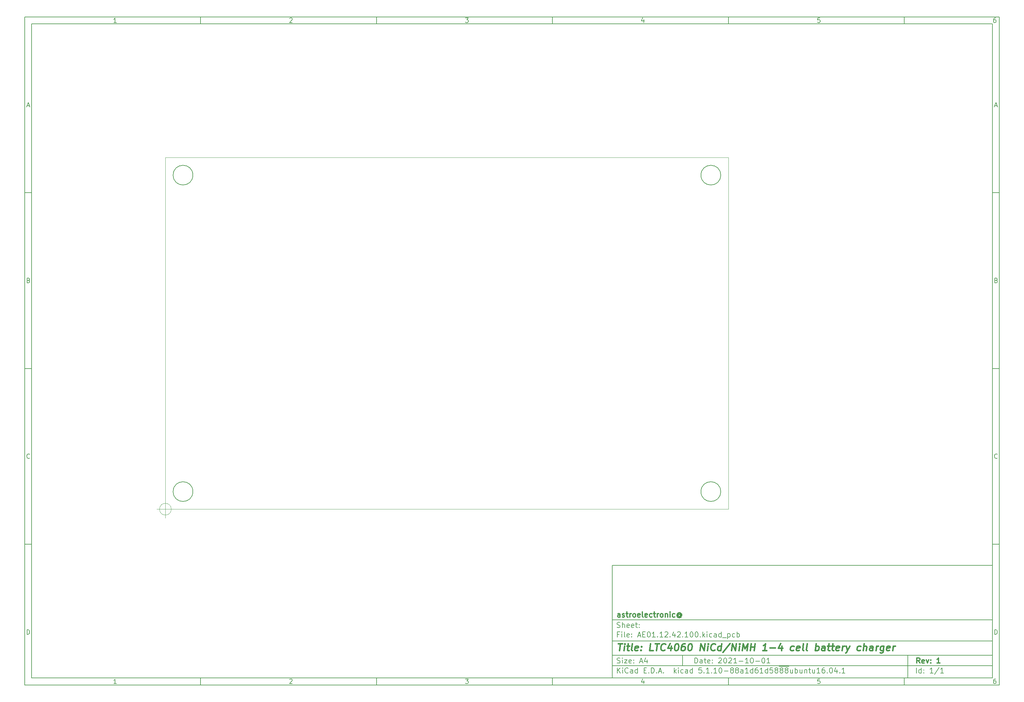
<source format=gbr>
%TF.GenerationSoftware,KiCad,Pcbnew,5.1.10-88a1d61d58~88~ubuntu16.04.1*%
%TF.CreationDate,2021-10-02T00:42:02+02:00*%
%TF.ProjectId,AE01.12.42.100,41453031-2e31-4322-9e34-322e3130302e,1*%
%TF.SameCoordinates,Original*%
%TF.FileFunction,Other,Comment*%
%FSLAX46Y46*%
G04 Gerber Fmt 4.6, Leading zero omitted, Abs format (unit mm)*
G04 Created by KiCad (PCBNEW 5.1.10-88a1d61d58~88~ubuntu16.04.1) date 2021-10-02 00:42:02*
%MOMM*%
%LPD*%
G01*
G04 APERTURE LIST*
%ADD10C,0.100000*%
%ADD11C,0.150000*%
%ADD12C,0.300000*%
%ADD13C,0.400000*%
%TA.AperFunction,Profile*%
%ADD14C,0.050000*%
%TD*%
G04 APERTURE END LIST*
D10*
D11*
X177002200Y-166007200D02*
X177002200Y-198007200D01*
X285002200Y-198007200D01*
X285002200Y-166007200D01*
X177002200Y-166007200D01*
D10*
D11*
X10000000Y-10000000D02*
X10000000Y-200007200D01*
X287002200Y-200007200D01*
X287002200Y-10000000D01*
X10000000Y-10000000D01*
D10*
D11*
X12000000Y-12000000D02*
X12000000Y-198007200D01*
X285002200Y-198007200D01*
X285002200Y-12000000D01*
X12000000Y-12000000D01*
D10*
D11*
X60000000Y-12000000D02*
X60000000Y-10000000D01*
D10*
D11*
X110000000Y-12000000D02*
X110000000Y-10000000D01*
D10*
D11*
X160000000Y-12000000D02*
X160000000Y-10000000D01*
D10*
D11*
X210000000Y-12000000D02*
X210000000Y-10000000D01*
D10*
D11*
X260000000Y-12000000D02*
X260000000Y-10000000D01*
D10*
D11*
X36065476Y-11588095D02*
X35322619Y-11588095D01*
X35694047Y-11588095D02*
X35694047Y-10288095D01*
X35570238Y-10473809D01*
X35446428Y-10597619D01*
X35322619Y-10659523D01*
D10*
D11*
X85322619Y-10411904D02*
X85384523Y-10350000D01*
X85508333Y-10288095D01*
X85817857Y-10288095D01*
X85941666Y-10350000D01*
X86003571Y-10411904D01*
X86065476Y-10535714D01*
X86065476Y-10659523D01*
X86003571Y-10845238D01*
X85260714Y-11588095D01*
X86065476Y-11588095D01*
D10*
D11*
X135260714Y-10288095D02*
X136065476Y-10288095D01*
X135632142Y-10783333D01*
X135817857Y-10783333D01*
X135941666Y-10845238D01*
X136003571Y-10907142D01*
X136065476Y-11030952D01*
X136065476Y-11340476D01*
X136003571Y-11464285D01*
X135941666Y-11526190D01*
X135817857Y-11588095D01*
X135446428Y-11588095D01*
X135322619Y-11526190D01*
X135260714Y-11464285D01*
D10*
D11*
X185941666Y-10721428D02*
X185941666Y-11588095D01*
X185632142Y-10226190D02*
X185322619Y-11154761D01*
X186127380Y-11154761D01*
D10*
D11*
X236003571Y-10288095D02*
X235384523Y-10288095D01*
X235322619Y-10907142D01*
X235384523Y-10845238D01*
X235508333Y-10783333D01*
X235817857Y-10783333D01*
X235941666Y-10845238D01*
X236003571Y-10907142D01*
X236065476Y-11030952D01*
X236065476Y-11340476D01*
X236003571Y-11464285D01*
X235941666Y-11526190D01*
X235817857Y-11588095D01*
X235508333Y-11588095D01*
X235384523Y-11526190D01*
X235322619Y-11464285D01*
D10*
D11*
X285941666Y-10288095D02*
X285694047Y-10288095D01*
X285570238Y-10350000D01*
X285508333Y-10411904D01*
X285384523Y-10597619D01*
X285322619Y-10845238D01*
X285322619Y-11340476D01*
X285384523Y-11464285D01*
X285446428Y-11526190D01*
X285570238Y-11588095D01*
X285817857Y-11588095D01*
X285941666Y-11526190D01*
X286003571Y-11464285D01*
X286065476Y-11340476D01*
X286065476Y-11030952D01*
X286003571Y-10907142D01*
X285941666Y-10845238D01*
X285817857Y-10783333D01*
X285570238Y-10783333D01*
X285446428Y-10845238D01*
X285384523Y-10907142D01*
X285322619Y-11030952D01*
D10*
D11*
X60000000Y-198007200D02*
X60000000Y-200007200D01*
D10*
D11*
X110000000Y-198007200D02*
X110000000Y-200007200D01*
D10*
D11*
X160000000Y-198007200D02*
X160000000Y-200007200D01*
D10*
D11*
X210000000Y-198007200D02*
X210000000Y-200007200D01*
D10*
D11*
X260000000Y-198007200D02*
X260000000Y-200007200D01*
D10*
D11*
X36065476Y-199595295D02*
X35322619Y-199595295D01*
X35694047Y-199595295D02*
X35694047Y-198295295D01*
X35570238Y-198481009D01*
X35446428Y-198604819D01*
X35322619Y-198666723D01*
D10*
D11*
X85322619Y-198419104D02*
X85384523Y-198357200D01*
X85508333Y-198295295D01*
X85817857Y-198295295D01*
X85941666Y-198357200D01*
X86003571Y-198419104D01*
X86065476Y-198542914D01*
X86065476Y-198666723D01*
X86003571Y-198852438D01*
X85260714Y-199595295D01*
X86065476Y-199595295D01*
D10*
D11*
X135260714Y-198295295D02*
X136065476Y-198295295D01*
X135632142Y-198790533D01*
X135817857Y-198790533D01*
X135941666Y-198852438D01*
X136003571Y-198914342D01*
X136065476Y-199038152D01*
X136065476Y-199347676D01*
X136003571Y-199471485D01*
X135941666Y-199533390D01*
X135817857Y-199595295D01*
X135446428Y-199595295D01*
X135322619Y-199533390D01*
X135260714Y-199471485D01*
D10*
D11*
X185941666Y-198728628D02*
X185941666Y-199595295D01*
X185632142Y-198233390D02*
X185322619Y-199161961D01*
X186127380Y-199161961D01*
D10*
D11*
X236003571Y-198295295D02*
X235384523Y-198295295D01*
X235322619Y-198914342D01*
X235384523Y-198852438D01*
X235508333Y-198790533D01*
X235817857Y-198790533D01*
X235941666Y-198852438D01*
X236003571Y-198914342D01*
X236065476Y-199038152D01*
X236065476Y-199347676D01*
X236003571Y-199471485D01*
X235941666Y-199533390D01*
X235817857Y-199595295D01*
X235508333Y-199595295D01*
X235384523Y-199533390D01*
X235322619Y-199471485D01*
D10*
D11*
X285941666Y-198295295D02*
X285694047Y-198295295D01*
X285570238Y-198357200D01*
X285508333Y-198419104D01*
X285384523Y-198604819D01*
X285322619Y-198852438D01*
X285322619Y-199347676D01*
X285384523Y-199471485D01*
X285446428Y-199533390D01*
X285570238Y-199595295D01*
X285817857Y-199595295D01*
X285941666Y-199533390D01*
X286003571Y-199471485D01*
X286065476Y-199347676D01*
X286065476Y-199038152D01*
X286003571Y-198914342D01*
X285941666Y-198852438D01*
X285817857Y-198790533D01*
X285570238Y-198790533D01*
X285446428Y-198852438D01*
X285384523Y-198914342D01*
X285322619Y-199038152D01*
D10*
D11*
X10000000Y-60000000D02*
X12000000Y-60000000D01*
D10*
D11*
X10000000Y-110000000D02*
X12000000Y-110000000D01*
D10*
D11*
X10000000Y-160000000D02*
X12000000Y-160000000D01*
D10*
D11*
X10690476Y-35216666D02*
X11309523Y-35216666D01*
X10566666Y-35588095D02*
X11000000Y-34288095D01*
X11433333Y-35588095D01*
D10*
D11*
X11092857Y-84907142D02*
X11278571Y-84969047D01*
X11340476Y-85030952D01*
X11402380Y-85154761D01*
X11402380Y-85340476D01*
X11340476Y-85464285D01*
X11278571Y-85526190D01*
X11154761Y-85588095D01*
X10659523Y-85588095D01*
X10659523Y-84288095D01*
X11092857Y-84288095D01*
X11216666Y-84350000D01*
X11278571Y-84411904D01*
X11340476Y-84535714D01*
X11340476Y-84659523D01*
X11278571Y-84783333D01*
X11216666Y-84845238D01*
X11092857Y-84907142D01*
X10659523Y-84907142D01*
D10*
D11*
X11402380Y-135464285D02*
X11340476Y-135526190D01*
X11154761Y-135588095D01*
X11030952Y-135588095D01*
X10845238Y-135526190D01*
X10721428Y-135402380D01*
X10659523Y-135278571D01*
X10597619Y-135030952D01*
X10597619Y-134845238D01*
X10659523Y-134597619D01*
X10721428Y-134473809D01*
X10845238Y-134350000D01*
X11030952Y-134288095D01*
X11154761Y-134288095D01*
X11340476Y-134350000D01*
X11402380Y-134411904D01*
D10*
D11*
X10659523Y-185588095D02*
X10659523Y-184288095D01*
X10969047Y-184288095D01*
X11154761Y-184350000D01*
X11278571Y-184473809D01*
X11340476Y-184597619D01*
X11402380Y-184845238D01*
X11402380Y-185030952D01*
X11340476Y-185278571D01*
X11278571Y-185402380D01*
X11154761Y-185526190D01*
X10969047Y-185588095D01*
X10659523Y-185588095D01*
D10*
D11*
X287002200Y-60000000D02*
X285002200Y-60000000D01*
D10*
D11*
X287002200Y-110000000D02*
X285002200Y-110000000D01*
D10*
D11*
X287002200Y-160000000D02*
X285002200Y-160000000D01*
D10*
D11*
X285692676Y-35216666D02*
X286311723Y-35216666D01*
X285568866Y-35588095D02*
X286002200Y-34288095D01*
X286435533Y-35588095D01*
D10*
D11*
X286095057Y-84907142D02*
X286280771Y-84969047D01*
X286342676Y-85030952D01*
X286404580Y-85154761D01*
X286404580Y-85340476D01*
X286342676Y-85464285D01*
X286280771Y-85526190D01*
X286156961Y-85588095D01*
X285661723Y-85588095D01*
X285661723Y-84288095D01*
X286095057Y-84288095D01*
X286218866Y-84350000D01*
X286280771Y-84411904D01*
X286342676Y-84535714D01*
X286342676Y-84659523D01*
X286280771Y-84783333D01*
X286218866Y-84845238D01*
X286095057Y-84907142D01*
X285661723Y-84907142D01*
D10*
D11*
X286404580Y-135464285D02*
X286342676Y-135526190D01*
X286156961Y-135588095D01*
X286033152Y-135588095D01*
X285847438Y-135526190D01*
X285723628Y-135402380D01*
X285661723Y-135278571D01*
X285599819Y-135030952D01*
X285599819Y-134845238D01*
X285661723Y-134597619D01*
X285723628Y-134473809D01*
X285847438Y-134350000D01*
X286033152Y-134288095D01*
X286156961Y-134288095D01*
X286342676Y-134350000D01*
X286404580Y-134411904D01*
D10*
D11*
X285661723Y-185588095D02*
X285661723Y-184288095D01*
X285971247Y-184288095D01*
X286156961Y-184350000D01*
X286280771Y-184473809D01*
X286342676Y-184597619D01*
X286404580Y-184845238D01*
X286404580Y-185030952D01*
X286342676Y-185278571D01*
X286280771Y-185402380D01*
X286156961Y-185526190D01*
X285971247Y-185588095D01*
X285661723Y-185588095D01*
D10*
D11*
X200434342Y-193785771D02*
X200434342Y-192285771D01*
X200791485Y-192285771D01*
X201005771Y-192357200D01*
X201148628Y-192500057D01*
X201220057Y-192642914D01*
X201291485Y-192928628D01*
X201291485Y-193142914D01*
X201220057Y-193428628D01*
X201148628Y-193571485D01*
X201005771Y-193714342D01*
X200791485Y-193785771D01*
X200434342Y-193785771D01*
X202577200Y-193785771D02*
X202577200Y-193000057D01*
X202505771Y-192857200D01*
X202362914Y-192785771D01*
X202077200Y-192785771D01*
X201934342Y-192857200D01*
X202577200Y-193714342D02*
X202434342Y-193785771D01*
X202077200Y-193785771D01*
X201934342Y-193714342D01*
X201862914Y-193571485D01*
X201862914Y-193428628D01*
X201934342Y-193285771D01*
X202077200Y-193214342D01*
X202434342Y-193214342D01*
X202577200Y-193142914D01*
X203077200Y-192785771D02*
X203648628Y-192785771D01*
X203291485Y-192285771D02*
X203291485Y-193571485D01*
X203362914Y-193714342D01*
X203505771Y-193785771D01*
X203648628Y-193785771D01*
X204720057Y-193714342D02*
X204577200Y-193785771D01*
X204291485Y-193785771D01*
X204148628Y-193714342D01*
X204077200Y-193571485D01*
X204077200Y-193000057D01*
X204148628Y-192857200D01*
X204291485Y-192785771D01*
X204577200Y-192785771D01*
X204720057Y-192857200D01*
X204791485Y-193000057D01*
X204791485Y-193142914D01*
X204077200Y-193285771D01*
X205434342Y-193642914D02*
X205505771Y-193714342D01*
X205434342Y-193785771D01*
X205362914Y-193714342D01*
X205434342Y-193642914D01*
X205434342Y-193785771D01*
X205434342Y-192857200D02*
X205505771Y-192928628D01*
X205434342Y-193000057D01*
X205362914Y-192928628D01*
X205434342Y-192857200D01*
X205434342Y-193000057D01*
X207220057Y-192428628D02*
X207291485Y-192357200D01*
X207434342Y-192285771D01*
X207791485Y-192285771D01*
X207934342Y-192357200D01*
X208005771Y-192428628D01*
X208077200Y-192571485D01*
X208077200Y-192714342D01*
X208005771Y-192928628D01*
X207148628Y-193785771D01*
X208077200Y-193785771D01*
X209005771Y-192285771D02*
X209148628Y-192285771D01*
X209291485Y-192357200D01*
X209362914Y-192428628D01*
X209434342Y-192571485D01*
X209505771Y-192857200D01*
X209505771Y-193214342D01*
X209434342Y-193500057D01*
X209362914Y-193642914D01*
X209291485Y-193714342D01*
X209148628Y-193785771D01*
X209005771Y-193785771D01*
X208862914Y-193714342D01*
X208791485Y-193642914D01*
X208720057Y-193500057D01*
X208648628Y-193214342D01*
X208648628Y-192857200D01*
X208720057Y-192571485D01*
X208791485Y-192428628D01*
X208862914Y-192357200D01*
X209005771Y-192285771D01*
X210077200Y-192428628D02*
X210148628Y-192357200D01*
X210291485Y-192285771D01*
X210648628Y-192285771D01*
X210791485Y-192357200D01*
X210862914Y-192428628D01*
X210934342Y-192571485D01*
X210934342Y-192714342D01*
X210862914Y-192928628D01*
X210005771Y-193785771D01*
X210934342Y-193785771D01*
X212362914Y-193785771D02*
X211505771Y-193785771D01*
X211934342Y-193785771D02*
X211934342Y-192285771D01*
X211791485Y-192500057D01*
X211648628Y-192642914D01*
X211505771Y-192714342D01*
X213005771Y-193214342D02*
X214148628Y-193214342D01*
X215648628Y-193785771D02*
X214791485Y-193785771D01*
X215220057Y-193785771D02*
X215220057Y-192285771D01*
X215077200Y-192500057D01*
X214934342Y-192642914D01*
X214791485Y-192714342D01*
X216577200Y-192285771D02*
X216720057Y-192285771D01*
X216862914Y-192357200D01*
X216934342Y-192428628D01*
X217005771Y-192571485D01*
X217077200Y-192857200D01*
X217077200Y-193214342D01*
X217005771Y-193500057D01*
X216934342Y-193642914D01*
X216862914Y-193714342D01*
X216720057Y-193785771D01*
X216577200Y-193785771D01*
X216434342Y-193714342D01*
X216362914Y-193642914D01*
X216291485Y-193500057D01*
X216220057Y-193214342D01*
X216220057Y-192857200D01*
X216291485Y-192571485D01*
X216362914Y-192428628D01*
X216434342Y-192357200D01*
X216577200Y-192285771D01*
X217720057Y-193214342D02*
X218862914Y-193214342D01*
X219862914Y-192285771D02*
X220005771Y-192285771D01*
X220148628Y-192357200D01*
X220220057Y-192428628D01*
X220291485Y-192571485D01*
X220362914Y-192857200D01*
X220362914Y-193214342D01*
X220291485Y-193500057D01*
X220220057Y-193642914D01*
X220148628Y-193714342D01*
X220005771Y-193785771D01*
X219862914Y-193785771D01*
X219720057Y-193714342D01*
X219648628Y-193642914D01*
X219577200Y-193500057D01*
X219505771Y-193214342D01*
X219505771Y-192857200D01*
X219577200Y-192571485D01*
X219648628Y-192428628D01*
X219720057Y-192357200D01*
X219862914Y-192285771D01*
X221791485Y-193785771D02*
X220934342Y-193785771D01*
X221362914Y-193785771D02*
X221362914Y-192285771D01*
X221220057Y-192500057D01*
X221077200Y-192642914D01*
X220934342Y-192714342D01*
D10*
D11*
X177002200Y-194507200D02*
X285002200Y-194507200D01*
D10*
D11*
X178434342Y-196585771D02*
X178434342Y-195085771D01*
X179291485Y-196585771D02*
X178648628Y-195728628D01*
X179291485Y-195085771D02*
X178434342Y-195942914D01*
X179934342Y-196585771D02*
X179934342Y-195585771D01*
X179934342Y-195085771D02*
X179862914Y-195157200D01*
X179934342Y-195228628D01*
X180005771Y-195157200D01*
X179934342Y-195085771D01*
X179934342Y-195228628D01*
X181505771Y-196442914D02*
X181434342Y-196514342D01*
X181220057Y-196585771D01*
X181077200Y-196585771D01*
X180862914Y-196514342D01*
X180720057Y-196371485D01*
X180648628Y-196228628D01*
X180577200Y-195942914D01*
X180577200Y-195728628D01*
X180648628Y-195442914D01*
X180720057Y-195300057D01*
X180862914Y-195157200D01*
X181077200Y-195085771D01*
X181220057Y-195085771D01*
X181434342Y-195157200D01*
X181505771Y-195228628D01*
X182791485Y-196585771D02*
X182791485Y-195800057D01*
X182720057Y-195657200D01*
X182577200Y-195585771D01*
X182291485Y-195585771D01*
X182148628Y-195657200D01*
X182791485Y-196514342D02*
X182648628Y-196585771D01*
X182291485Y-196585771D01*
X182148628Y-196514342D01*
X182077200Y-196371485D01*
X182077200Y-196228628D01*
X182148628Y-196085771D01*
X182291485Y-196014342D01*
X182648628Y-196014342D01*
X182791485Y-195942914D01*
X184148628Y-196585771D02*
X184148628Y-195085771D01*
X184148628Y-196514342D02*
X184005771Y-196585771D01*
X183720057Y-196585771D01*
X183577200Y-196514342D01*
X183505771Y-196442914D01*
X183434342Y-196300057D01*
X183434342Y-195871485D01*
X183505771Y-195728628D01*
X183577200Y-195657200D01*
X183720057Y-195585771D01*
X184005771Y-195585771D01*
X184148628Y-195657200D01*
X186005771Y-195800057D02*
X186505771Y-195800057D01*
X186720057Y-196585771D02*
X186005771Y-196585771D01*
X186005771Y-195085771D01*
X186720057Y-195085771D01*
X187362914Y-196442914D02*
X187434342Y-196514342D01*
X187362914Y-196585771D01*
X187291485Y-196514342D01*
X187362914Y-196442914D01*
X187362914Y-196585771D01*
X188077200Y-196585771D02*
X188077200Y-195085771D01*
X188434342Y-195085771D01*
X188648628Y-195157200D01*
X188791485Y-195300057D01*
X188862914Y-195442914D01*
X188934342Y-195728628D01*
X188934342Y-195942914D01*
X188862914Y-196228628D01*
X188791485Y-196371485D01*
X188648628Y-196514342D01*
X188434342Y-196585771D01*
X188077200Y-196585771D01*
X189577200Y-196442914D02*
X189648628Y-196514342D01*
X189577200Y-196585771D01*
X189505771Y-196514342D01*
X189577200Y-196442914D01*
X189577200Y-196585771D01*
X190220057Y-196157200D02*
X190934342Y-196157200D01*
X190077200Y-196585771D02*
X190577200Y-195085771D01*
X191077200Y-196585771D01*
X191577200Y-196442914D02*
X191648628Y-196514342D01*
X191577200Y-196585771D01*
X191505771Y-196514342D01*
X191577200Y-196442914D01*
X191577200Y-196585771D01*
X194577200Y-196585771D02*
X194577200Y-195085771D01*
X194720057Y-196014342D02*
X195148628Y-196585771D01*
X195148628Y-195585771D02*
X194577200Y-196157200D01*
X195791485Y-196585771D02*
X195791485Y-195585771D01*
X195791485Y-195085771D02*
X195720057Y-195157200D01*
X195791485Y-195228628D01*
X195862914Y-195157200D01*
X195791485Y-195085771D01*
X195791485Y-195228628D01*
X197148628Y-196514342D02*
X197005771Y-196585771D01*
X196720057Y-196585771D01*
X196577200Y-196514342D01*
X196505771Y-196442914D01*
X196434342Y-196300057D01*
X196434342Y-195871485D01*
X196505771Y-195728628D01*
X196577200Y-195657200D01*
X196720057Y-195585771D01*
X197005771Y-195585771D01*
X197148628Y-195657200D01*
X198434342Y-196585771D02*
X198434342Y-195800057D01*
X198362914Y-195657200D01*
X198220057Y-195585771D01*
X197934342Y-195585771D01*
X197791485Y-195657200D01*
X198434342Y-196514342D02*
X198291485Y-196585771D01*
X197934342Y-196585771D01*
X197791485Y-196514342D01*
X197720057Y-196371485D01*
X197720057Y-196228628D01*
X197791485Y-196085771D01*
X197934342Y-196014342D01*
X198291485Y-196014342D01*
X198434342Y-195942914D01*
X199791485Y-196585771D02*
X199791485Y-195085771D01*
X199791485Y-196514342D02*
X199648628Y-196585771D01*
X199362914Y-196585771D01*
X199220057Y-196514342D01*
X199148628Y-196442914D01*
X199077200Y-196300057D01*
X199077200Y-195871485D01*
X199148628Y-195728628D01*
X199220057Y-195657200D01*
X199362914Y-195585771D01*
X199648628Y-195585771D01*
X199791485Y-195657200D01*
X202362914Y-195085771D02*
X201648628Y-195085771D01*
X201577200Y-195800057D01*
X201648628Y-195728628D01*
X201791485Y-195657200D01*
X202148628Y-195657200D01*
X202291485Y-195728628D01*
X202362914Y-195800057D01*
X202434342Y-195942914D01*
X202434342Y-196300057D01*
X202362914Y-196442914D01*
X202291485Y-196514342D01*
X202148628Y-196585771D01*
X201791485Y-196585771D01*
X201648628Y-196514342D01*
X201577200Y-196442914D01*
X203077200Y-196442914D02*
X203148628Y-196514342D01*
X203077200Y-196585771D01*
X203005771Y-196514342D01*
X203077200Y-196442914D01*
X203077200Y-196585771D01*
X204577200Y-196585771D02*
X203720057Y-196585771D01*
X204148628Y-196585771D02*
X204148628Y-195085771D01*
X204005771Y-195300057D01*
X203862914Y-195442914D01*
X203720057Y-195514342D01*
X205220057Y-196442914D02*
X205291485Y-196514342D01*
X205220057Y-196585771D01*
X205148628Y-196514342D01*
X205220057Y-196442914D01*
X205220057Y-196585771D01*
X206720057Y-196585771D02*
X205862914Y-196585771D01*
X206291485Y-196585771D02*
X206291485Y-195085771D01*
X206148628Y-195300057D01*
X206005771Y-195442914D01*
X205862914Y-195514342D01*
X207648628Y-195085771D02*
X207791485Y-195085771D01*
X207934342Y-195157200D01*
X208005771Y-195228628D01*
X208077200Y-195371485D01*
X208148628Y-195657200D01*
X208148628Y-196014342D01*
X208077200Y-196300057D01*
X208005771Y-196442914D01*
X207934342Y-196514342D01*
X207791485Y-196585771D01*
X207648628Y-196585771D01*
X207505771Y-196514342D01*
X207434342Y-196442914D01*
X207362914Y-196300057D01*
X207291485Y-196014342D01*
X207291485Y-195657200D01*
X207362914Y-195371485D01*
X207434342Y-195228628D01*
X207505771Y-195157200D01*
X207648628Y-195085771D01*
X208791485Y-196014342D02*
X209934342Y-196014342D01*
X210862914Y-195728628D02*
X210720057Y-195657200D01*
X210648628Y-195585771D01*
X210577200Y-195442914D01*
X210577200Y-195371485D01*
X210648628Y-195228628D01*
X210720057Y-195157200D01*
X210862914Y-195085771D01*
X211148628Y-195085771D01*
X211291485Y-195157200D01*
X211362914Y-195228628D01*
X211434342Y-195371485D01*
X211434342Y-195442914D01*
X211362914Y-195585771D01*
X211291485Y-195657200D01*
X211148628Y-195728628D01*
X210862914Y-195728628D01*
X210720057Y-195800057D01*
X210648628Y-195871485D01*
X210577200Y-196014342D01*
X210577200Y-196300057D01*
X210648628Y-196442914D01*
X210720057Y-196514342D01*
X210862914Y-196585771D01*
X211148628Y-196585771D01*
X211291485Y-196514342D01*
X211362914Y-196442914D01*
X211434342Y-196300057D01*
X211434342Y-196014342D01*
X211362914Y-195871485D01*
X211291485Y-195800057D01*
X211148628Y-195728628D01*
X212291485Y-195728628D02*
X212148628Y-195657200D01*
X212077200Y-195585771D01*
X212005771Y-195442914D01*
X212005771Y-195371485D01*
X212077200Y-195228628D01*
X212148628Y-195157200D01*
X212291485Y-195085771D01*
X212577200Y-195085771D01*
X212720057Y-195157200D01*
X212791485Y-195228628D01*
X212862914Y-195371485D01*
X212862914Y-195442914D01*
X212791485Y-195585771D01*
X212720057Y-195657200D01*
X212577200Y-195728628D01*
X212291485Y-195728628D01*
X212148628Y-195800057D01*
X212077200Y-195871485D01*
X212005771Y-196014342D01*
X212005771Y-196300057D01*
X212077200Y-196442914D01*
X212148628Y-196514342D01*
X212291485Y-196585771D01*
X212577200Y-196585771D01*
X212720057Y-196514342D01*
X212791485Y-196442914D01*
X212862914Y-196300057D01*
X212862914Y-196014342D01*
X212791485Y-195871485D01*
X212720057Y-195800057D01*
X212577200Y-195728628D01*
X214148628Y-196585771D02*
X214148628Y-195800057D01*
X214077200Y-195657200D01*
X213934342Y-195585771D01*
X213648628Y-195585771D01*
X213505771Y-195657200D01*
X214148628Y-196514342D02*
X214005771Y-196585771D01*
X213648628Y-196585771D01*
X213505771Y-196514342D01*
X213434342Y-196371485D01*
X213434342Y-196228628D01*
X213505771Y-196085771D01*
X213648628Y-196014342D01*
X214005771Y-196014342D01*
X214148628Y-195942914D01*
X215648628Y-196585771D02*
X214791485Y-196585771D01*
X215220057Y-196585771D02*
X215220057Y-195085771D01*
X215077200Y-195300057D01*
X214934342Y-195442914D01*
X214791485Y-195514342D01*
X216934342Y-196585771D02*
X216934342Y-195085771D01*
X216934342Y-196514342D02*
X216791485Y-196585771D01*
X216505771Y-196585771D01*
X216362914Y-196514342D01*
X216291485Y-196442914D01*
X216220057Y-196300057D01*
X216220057Y-195871485D01*
X216291485Y-195728628D01*
X216362914Y-195657200D01*
X216505771Y-195585771D01*
X216791485Y-195585771D01*
X216934342Y-195657200D01*
X218291485Y-195085771D02*
X218005771Y-195085771D01*
X217862914Y-195157200D01*
X217791485Y-195228628D01*
X217648628Y-195442914D01*
X217577200Y-195728628D01*
X217577200Y-196300057D01*
X217648628Y-196442914D01*
X217720057Y-196514342D01*
X217862914Y-196585771D01*
X218148628Y-196585771D01*
X218291485Y-196514342D01*
X218362914Y-196442914D01*
X218434342Y-196300057D01*
X218434342Y-195942914D01*
X218362914Y-195800057D01*
X218291485Y-195728628D01*
X218148628Y-195657200D01*
X217862914Y-195657200D01*
X217720057Y-195728628D01*
X217648628Y-195800057D01*
X217577200Y-195942914D01*
X219862914Y-196585771D02*
X219005771Y-196585771D01*
X219434342Y-196585771D02*
X219434342Y-195085771D01*
X219291485Y-195300057D01*
X219148628Y-195442914D01*
X219005771Y-195514342D01*
X221148628Y-196585771D02*
X221148628Y-195085771D01*
X221148628Y-196514342D02*
X221005771Y-196585771D01*
X220720057Y-196585771D01*
X220577200Y-196514342D01*
X220505771Y-196442914D01*
X220434342Y-196300057D01*
X220434342Y-195871485D01*
X220505771Y-195728628D01*
X220577200Y-195657200D01*
X220720057Y-195585771D01*
X221005771Y-195585771D01*
X221148628Y-195657200D01*
X222577200Y-195085771D02*
X221862914Y-195085771D01*
X221791485Y-195800057D01*
X221862914Y-195728628D01*
X222005771Y-195657200D01*
X222362914Y-195657200D01*
X222505771Y-195728628D01*
X222577200Y-195800057D01*
X222648628Y-195942914D01*
X222648628Y-196300057D01*
X222577200Y-196442914D01*
X222505771Y-196514342D01*
X222362914Y-196585771D01*
X222005771Y-196585771D01*
X221862914Y-196514342D01*
X221791485Y-196442914D01*
X223505771Y-195728628D02*
X223362914Y-195657200D01*
X223291485Y-195585771D01*
X223220057Y-195442914D01*
X223220057Y-195371485D01*
X223291485Y-195228628D01*
X223362914Y-195157200D01*
X223505771Y-195085771D01*
X223791485Y-195085771D01*
X223934342Y-195157200D01*
X224005771Y-195228628D01*
X224077200Y-195371485D01*
X224077200Y-195442914D01*
X224005771Y-195585771D01*
X223934342Y-195657200D01*
X223791485Y-195728628D01*
X223505771Y-195728628D01*
X223362914Y-195800057D01*
X223291485Y-195871485D01*
X223220057Y-196014342D01*
X223220057Y-196300057D01*
X223291485Y-196442914D01*
X223362914Y-196514342D01*
X223505771Y-196585771D01*
X223791485Y-196585771D01*
X223934342Y-196514342D01*
X224005771Y-196442914D01*
X224077200Y-196300057D01*
X224077200Y-196014342D01*
X224005771Y-195871485D01*
X223934342Y-195800057D01*
X223791485Y-195728628D01*
X224362914Y-194677200D02*
X225791485Y-194677200D01*
X224934342Y-195728628D02*
X224791485Y-195657200D01*
X224720057Y-195585771D01*
X224648628Y-195442914D01*
X224648628Y-195371485D01*
X224720057Y-195228628D01*
X224791485Y-195157200D01*
X224934342Y-195085771D01*
X225220057Y-195085771D01*
X225362914Y-195157200D01*
X225434342Y-195228628D01*
X225505771Y-195371485D01*
X225505771Y-195442914D01*
X225434342Y-195585771D01*
X225362914Y-195657200D01*
X225220057Y-195728628D01*
X224934342Y-195728628D01*
X224791485Y-195800057D01*
X224720057Y-195871485D01*
X224648628Y-196014342D01*
X224648628Y-196300057D01*
X224720057Y-196442914D01*
X224791485Y-196514342D01*
X224934342Y-196585771D01*
X225220057Y-196585771D01*
X225362914Y-196514342D01*
X225434342Y-196442914D01*
X225505771Y-196300057D01*
X225505771Y-196014342D01*
X225434342Y-195871485D01*
X225362914Y-195800057D01*
X225220057Y-195728628D01*
X225791485Y-194677200D02*
X227220057Y-194677200D01*
X226362914Y-195728628D02*
X226220057Y-195657200D01*
X226148628Y-195585771D01*
X226077199Y-195442914D01*
X226077199Y-195371485D01*
X226148628Y-195228628D01*
X226220057Y-195157200D01*
X226362914Y-195085771D01*
X226648628Y-195085771D01*
X226791485Y-195157200D01*
X226862914Y-195228628D01*
X226934342Y-195371485D01*
X226934342Y-195442914D01*
X226862914Y-195585771D01*
X226791485Y-195657200D01*
X226648628Y-195728628D01*
X226362914Y-195728628D01*
X226220057Y-195800057D01*
X226148628Y-195871485D01*
X226077199Y-196014342D01*
X226077199Y-196300057D01*
X226148628Y-196442914D01*
X226220057Y-196514342D01*
X226362914Y-196585771D01*
X226648628Y-196585771D01*
X226791485Y-196514342D01*
X226862914Y-196442914D01*
X226934342Y-196300057D01*
X226934342Y-196014342D01*
X226862914Y-195871485D01*
X226791485Y-195800057D01*
X226648628Y-195728628D01*
X228220057Y-195585771D02*
X228220057Y-196585771D01*
X227577199Y-195585771D02*
X227577199Y-196371485D01*
X227648628Y-196514342D01*
X227791485Y-196585771D01*
X228005771Y-196585771D01*
X228148628Y-196514342D01*
X228220057Y-196442914D01*
X228934342Y-196585771D02*
X228934342Y-195085771D01*
X228934342Y-195657200D02*
X229077199Y-195585771D01*
X229362914Y-195585771D01*
X229505771Y-195657200D01*
X229577199Y-195728628D01*
X229648628Y-195871485D01*
X229648628Y-196300057D01*
X229577199Y-196442914D01*
X229505771Y-196514342D01*
X229362914Y-196585771D01*
X229077199Y-196585771D01*
X228934342Y-196514342D01*
X230934342Y-195585771D02*
X230934342Y-196585771D01*
X230291485Y-195585771D02*
X230291485Y-196371485D01*
X230362914Y-196514342D01*
X230505771Y-196585771D01*
X230720057Y-196585771D01*
X230862914Y-196514342D01*
X230934342Y-196442914D01*
X231648628Y-195585771D02*
X231648628Y-196585771D01*
X231648628Y-195728628D02*
X231720057Y-195657200D01*
X231862914Y-195585771D01*
X232077199Y-195585771D01*
X232220057Y-195657200D01*
X232291485Y-195800057D01*
X232291485Y-196585771D01*
X232791485Y-195585771D02*
X233362914Y-195585771D01*
X233005771Y-195085771D02*
X233005771Y-196371485D01*
X233077199Y-196514342D01*
X233220057Y-196585771D01*
X233362914Y-196585771D01*
X234505771Y-195585771D02*
X234505771Y-196585771D01*
X233862914Y-195585771D02*
X233862914Y-196371485D01*
X233934342Y-196514342D01*
X234077200Y-196585771D01*
X234291485Y-196585771D01*
X234434342Y-196514342D01*
X234505771Y-196442914D01*
X236005771Y-196585771D02*
X235148628Y-196585771D01*
X235577200Y-196585771D02*
X235577200Y-195085771D01*
X235434342Y-195300057D01*
X235291485Y-195442914D01*
X235148628Y-195514342D01*
X237291485Y-195085771D02*
X237005771Y-195085771D01*
X236862914Y-195157200D01*
X236791485Y-195228628D01*
X236648628Y-195442914D01*
X236577199Y-195728628D01*
X236577199Y-196300057D01*
X236648628Y-196442914D01*
X236720057Y-196514342D01*
X236862914Y-196585771D01*
X237148628Y-196585771D01*
X237291485Y-196514342D01*
X237362914Y-196442914D01*
X237434342Y-196300057D01*
X237434342Y-195942914D01*
X237362914Y-195800057D01*
X237291485Y-195728628D01*
X237148628Y-195657200D01*
X236862914Y-195657200D01*
X236720057Y-195728628D01*
X236648628Y-195800057D01*
X236577199Y-195942914D01*
X238077199Y-196442914D02*
X238148628Y-196514342D01*
X238077199Y-196585771D01*
X238005771Y-196514342D01*
X238077199Y-196442914D01*
X238077199Y-196585771D01*
X239077199Y-195085771D02*
X239220057Y-195085771D01*
X239362914Y-195157200D01*
X239434342Y-195228628D01*
X239505771Y-195371485D01*
X239577199Y-195657200D01*
X239577199Y-196014342D01*
X239505771Y-196300057D01*
X239434342Y-196442914D01*
X239362914Y-196514342D01*
X239220057Y-196585771D01*
X239077199Y-196585771D01*
X238934342Y-196514342D01*
X238862914Y-196442914D01*
X238791485Y-196300057D01*
X238720057Y-196014342D01*
X238720057Y-195657200D01*
X238791485Y-195371485D01*
X238862914Y-195228628D01*
X238934342Y-195157200D01*
X239077199Y-195085771D01*
X240862914Y-195585771D02*
X240862914Y-196585771D01*
X240505771Y-195014342D02*
X240148628Y-196085771D01*
X241077199Y-196085771D01*
X241648628Y-196442914D02*
X241720057Y-196514342D01*
X241648628Y-196585771D01*
X241577199Y-196514342D01*
X241648628Y-196442914D01*
X241648628Y-196585771D01*
X243148628Y-196585771D02*
X242291485Y-196585771D01*
X242720057Y-196585771D02*
X242720057Y-195085771D01*
X242577199Y-195300057D01*
X242434342Y-195442914D01*
X242291485Y-195514342D01*
D10*
D11*
X177002200Y-191507200D02*
X285002200Y-191507200D01*
D10*
D12*
X264411485Y-193785771D02*
X263911485Y-193071485D01*
X263554342Y-193785771D02*
X263554342Y-192285771D01*
X264125771Y-192285771D01*
X264268628Y-192357200D01*
X264340057Y-192428628D01*
X264411485Y-192571485D01*
X264411485Y-192785771D01*
X264340057Y-192928628D01*
X264268628Y-193000057D01*
X264125771Y-193071485D01*
X263554342Y-193071485D01*
X265625771Y-193714342D02*
X265482914Y-193785771D01*
X265197200Y-193785771D01*
X265054342Y-193714342D01*
X264982914Y-193571485D01*
X264982914Y-193000057D01*
X265054342Y-192857200D01*
X265197200Y-192785771D01*
X265482914Y-192785771D01*
X265625771Y-192857200D01*
X265697200Y-193000057D01*
X265697200Y-193142914D01*
X264982914Y-193285771D01*
X266197200Y-192785771D02*
X266554342Y-193785771D01*
X266911485Y-192785771D01*
X267482914Y-193642914D02*
X267554342Y-193714342D01*
X267482914Y-193785771D01*
X267411485Y-193714342D01*
X267482914Y-193642914D01*
X267482914Y-193785771D01*
X267482914Y-192857200D02*
X267554342Y-192928628D01*
X267482914Y-193000057D01*
X267411485Y-192928628D01*
X267482914Y-192857200D01*
X267482914Y-193000057D01*
X270125771Y-193785771D02*
X269268628Y-193785771D01*
X269697200Y-193785771D02*
X269697200Y-192285771D01*
X269554342Y-192500057D01*
X269411485Y-192642914D01*
X269268628Y-192714342D01*
D10*
D11*
X178362914Y-193714342D02*
X178577200Y-193785771D01*
X178934342Y-193785771D01*
X179077200Y-193714342D01*
X179148628Y-193642914D01*
X179220057Y-193500057D01*
X179220057Y-193357200D01*
X179148628Y-193214342D01*
X179077200Y-193142914D01*
X178934342Y-193071485D01*
X178648628Y-193000057D01*
X178505771Y-192928628D01*
X178434342Y-192857200D01*
X178362914Y-192714342D01*
X178362914Y-192571485D01*
X178434342Y-192428628D01*
X178505771Y-192357200D01*
X178648628Y-192285771D01*
X179005771Y-192285771D01*
X179220057Y-192357200D01*
X179862914Y-193785771D02*
X179862914Y-192785771D01*
X179862914Y-192285771D02*
X179791485Y-192357200D01*
X179862914Y-192428628D01*
X179934342Y-192357200D01*
X179862914Y-192285771D01*
X179862914Y-192428628D01*
X180434342Y-192785771D02*
X181220057Y-192785771D01*
X180434342Y-193785771D01*
X181220057Y-193785771D01*
X182362914Y-193714342D02*
X182220057Y-193785771D01*
X181934342Y-193785771D01*
X181791485Y-193714342D01*
X181720057Y-193571485D01*
X181720057Y-193000057D01*
X181791485Y-192857200D01*
X181934342Y-192785771D01*
X182220057Y-192785771D01*
X182362914Y-192857200D01*
X182434342Y-193000057D01*
X182434342Y-193142914D01*
X181720057Y-193285771D01*
X183077200Y-193642914D02*
X183148628Y-193714342D01*
X183077200Y-193785771D01*
X183005771Y-193714342D01*
X183077200Y-193642914D01*
X183077200Y-193785771D01*
X183077200Y-192857200D02*
X183148628Y-192928628D01*
X183077200Y-193000057D01*
X183005771Y-192928628D01*
X183077200Y-192857200D01*
X183077200Y-193000057D01*
X184862914Y-193357200D02*
X185577200Y-193357200D01*
X184720057Y-193785771D02*
X185220057Y-192285771D01*
X185720057Y-193785771D01*
X186862914Y-192785771D02*
X186862914Y-193785771D01*
X186505771Y-192214342D02*
X186148628Y-193285771D01*
X187077200Y-193285771D01*
D10*
D11*
X263434342Y-196585771D02*
X263434342Y-195085771D01*
X264791485Y-196585771D02*
X264791485Y-195085771D01*
X264791485Y-196514342D02*
X264648628Y-196585771D01*
X264362914Y-196585771D01*
X264220057Y-196514342D01*
X264148628Y-196442914D01*
X264077200Y-196300057D01*
X264077200Y-195871485D01*
X264148628Y-195728628D01*
X264220057Y-195657200D01*
X264362914Y-195585771D01*
X264648628Y-195585771D01*
X264791485Y-195657200D01*
X265505771Y-196442914D02*
X265577200Y-196514342D01*
X265505771Y-196585771D01*
X265434342Y-196514342D01*
X265505771Y-196442914D01*
X265505771Y-196585771D01*
X265505771Y-195657200D02*
X265577200Y-195728628D01*
X265505771Y-195800057D01*
X265434342Y-195728628D01*
X265505771Y-195657200D01*
X265505771Y-195800057D01*
X268148628Y-196585771D02*
X267291485Y-196585771D01*
X267720057Y-196585771D02*
X267720057Y-195085771D01*
X267577200Y-195300057D01*
X267434342Y-195442914D01*
X267291485Y-195514342D01*
X269862914Y-195014342D02*
X268577200Y-196942914D01*
X271148628Y-196585771D02*
X270291485Y-196585771D01*
X270720057Y-196585771D02*
X270720057Y-195085771D01*
X270577200Y-195300057D01*
X270434342Y-195442914D01*
X270291485Y-195514342D01*
D10*
D11*
X177002200Y-187507200D02*
X285002200Y-187507200D01*
D10*
D13*
X178714580Y-188211961D02*
X179857438Y-188211961D01*
X179036009Y-190211961D02*
X179286009Y-188211961D01*
X180274104Y-190211961D02*
X180440771Y-188878628D01*
X180524104Y-188211961D02*
X180416961Y-188307200D01*
X180500295Y-188402438D01*
X180607438Y-188307200D01*
X180524104Y-188211961D01*
X180500295Y-188402438D01*
X181107438Y-188878628D02*
X181869342Y-188878628D01*
X181476485Y-188211961D02*
X181262200Y-189926247D01*
X181333628Y-190116723D01*
X181512200Y-190211961D01*
X181702676Y-190211961D01*
X182655057Y-190211961D02*
X182476485Y-190116723D01*
X182405057Y-189926247D01*
X182619342Y-188211961D01*
X184190771Y-190116723D02*
X183988390Y-190211961D01*
X183607438Y-190211961D01*
X183428866Y-190116723D01*
X183357438Y-189926247D01*
X183452676Y-189164342D01*
X183571723Y-188973866D01*
X183774104Y-188878628D01*
X184155057Y-188878628D01*
X184333628Y-188973866D01*
X184405057Y-189164342D01*
X184381247Y-189354819D01*
X183405057Y-189545295D01*
X185155057Y-190021485D02*
X185238390Y-190116723D01*
X185131247Y-190211961D01*
X185047914Y-190116723D01*
X185155057Y-190021485D01*
X185131247Y-190211961D01*
X185286009Y-188973866D02*
X185369342Y-189069104D01*
X185262200Y-189164342D01*
X185178866Y-189069104D01*
X185286009Y-188973866D01*
X185262200Y-189164342D01*
X188559819Y-190211961D02*
X187607438Y-190211961D01*
X187857438Y-188211961D01*
X189190771Y-188211961D02*
X190333628Y-188211961D01*
X189512200Y-190211961D02*
X189762200Y-188211961D01*
X191916961Y-190021485D02*
X191809819Y-190116723D01*
X191512200Y-190211961D01*
X191321723Y-190211961D01*
X191047914Y-190116723D01*
X190881247Y-189926247D01*
X190809819Y-189735771D01*
X190762200Y-189354819D01*
X190797914Y-189069104D01*
X190940771Y-188688152D01*
X191059819Y-188497676D01*
X191274104Y-188307200D01*
X191571723Y-188211961D01*
X191762200Y-188211961D01*
X192036009Y-188307200D01*
X192119342Y-188402438D01*
X193774104Y-188878628D02*
X193607438Y-190211961D01*
X193393152Y-188116723D02*
X192738390Y-189545295D01*
X193976485Y-189545295D01*
X195286009Y-188211961D02*
X195476485Y-188211961D01*
X195655057Y-188307200D01*
X195738390Y-188402438D01*
X195809819Y-188592914D01*
X195857438Y-188973866D01*
X195797914Y-189450057D01*
X195655057Y-189831009D01*
X195536009Y-190021485D01*
X195428866Y-190116723D01*
X195226485Y-190211961D01*
X195036009Y-190211961D01*
X194857438Y-190116723D01*
X194774104Y-190021485D01*
X194702676Y-189831009D01*
X194655057Y-189450057D01*
X194714580Y-188973866D01*
X194857438Y-188592914D01*
X194976485Y-188402438D01*
X195083628Y-188307200D01*
X195286009Y-188211961D01*
X197666961Y-188211961D02*
X197286009Y-188211961D01*
X197083628Y-188307200D01*
X196976485Y-188402438D01*
X196750295Y-188688152D01*
X196607438Y-189069104D01*
X196512200Y-189831009D01*
X196583628Y-190021485D01*
X196666961Y-190116723D01*
X196845533Y-190211961D01*
X197226485Y-190211961D01*
X197428866Y-190116723D01*
X197536009Y-190021485D01*
X197655057Y-189831009D01*
X197714580Y-189354819D01*
X197643152Y-189164342D01*
X197559819Y-189069104D01*
X197381247Y-188973866D01*
X197000295Y-188973866D01*
X196797914Y-189069104D01*
X196690771Y-189164342D01*
X196571723Y-189354819D01*
X199095533Y-188211961D02*
X199286009Y-188211961D01*
X199464580Y-188307200D01*
X199547914Y-188402438D01*
X199619342Y-188592914D01*
X199666961Y-188973866D01*
X199607438Y-189450057D01*
X199464580Y-189831009D01*
X199345533Y-190021485D01*
X199238390Y-190116723D01*
X199036009Y-190211961D01*
X198845533Y-190211961D01*
X198666961Y-190116723D01*
X198583628Y-190021485D01*
X198512200Y-189831009D01*
X198464580Y-189450057D01*
X198524104Y-188973866D01*
X198666961Y-188592914D01*
X198786009Y-188402438D01*
X198893152Y-188307200D01*
X199095533Y-188211961D01*
X201893152Y-190211961D02*
X202143152Y-188211961D01*
X203036009Y-190211961D01*
X203286009Y-188211961D01*
X203988390Y-190211961D02*
X204155057Y-188878628D01*
X204238390Y-188211961D02*
X204131247Y-188307200D01*
X204214580Y-188402438D01*
X204321723Y-188307200D01*
X204238390Y-188211961D01*
X204214580Y-188402438D01*
X206107438Y-190021485D02*
X206000295Y-190116723D01*
X205702676Y-190211961D01*
X205512200Y-190211961D01*
X205238390Y-190116723D01*
X205071723Y-189926247D01*
X205000295Y-189735771D01*
X204952676Y-189354819D01*
X204988390Y-189069104D01*
X205131247Y-188688152D01*
X205250295Y-188497676D01*
X205464580Y-188307200D01*
X205762200Y-188211961D01*
X205952676Y-188211961D01*
X206226485Y-188307200D01*
X206309819Y-188402438D01*
X207797914Y-190211961D02*
X208047914Y-188211961D01*
X207809819Y-190116723D02*
X207607438Y-190211961D01*
X207226485Y-190211961D01*
X207047914Y-190116723D01*
X206964580Y-190021485D01*
X206893152Y-189831009D01*
X206964580Y-189259580D01*
X207083628Y-189069104D01*
X207190771Y-188973866D01*
X207393152Y-188878628D01*
X207774104Y-188878628D01*
X207952676Y-188973866D01*
X210440771Y-188116723D02*
X208405057Y-190688152D01*
X210845533Y-190211961D02*
X211095533Y-188211961D01*
X211988390Y-190211961D01*
X212238390Y-188211961D01*
X212940771Y-190211961D02*
X213107438Y-188878628D01*
X213190771Y-188211961D02*
X213083628Y-188307200D01*
X213166961Y-188402438D01*
X213274104Y-188307200D01*
X213190771Y-188211961D01*
X213166961Y-188402438D01*
X213893152Y-190211961D02*
X214143152Y-188211961D01*
X214631247Y-189640533D01*
X215476485Y-188211961D01*
X215226485Y-190211961D01*
X216178866Y-190211961D02*
X216428866Y-188211961D01*
X216309819Y-189164342D02*
X217452676Y-189164342D01*
X217321723Y-190211961D02*
X217571723Y-188211961D01*
X220845533Y-190211961D02*
X219702676Y-190211961D01*
X220274104Y-190211961D02*
X220524104Y-188211961D01*
X220297914Y-188497676D01*
X220083628Y-188688152D01*
X219881247Y-188783390D01*
X221797914Y-189450057D02*
X223321723Y-189450057D01*
X225202676Y-188878628D02*
X225036009Y-190211961D01*
X224821723Y-188116723D02*
X224166961Y-189545295D01*
X225405057Y-189545295D01*
X228476485Y-190116723D02*
X228274104Y-190211961D01*
X227893152Y-190211961D01*
X227714580Y-190116723D01*
X227631247Y-190021485D01*
X227559819Y-189831009D01*
X227631247Y-189259580D01*
X227750295Y-189069104D01*
X227857438Y-188973866D01*
X228059819Y-188878628D01*
X228440771Y-188878628D01*
X228619342Y-188973866D01*
X230095533Y-190116723D02*
X229893152Y-190211961D01*
X229512200Y-190211961D01*
X229333628Y-190116723D01*
X229262200Y-189926247D01*
X229357438Y-189164342D01*
X229476485Y-188973866D01*
X229678866Y-188878628D01*
X230059819Y-188878628D01*
X230238390Y-188973866D01*
X230309819Y-189164342D01*
X230286009Y-189354819D01*
X229309819Y-189545295D01*
X231321723Y-190211961D02*
X231143152Y-190116723D01*
X231071723Y-189926247D01*
X231286009Y-188211961D01*
X232369342Y-190211961D02*
X232190771Y-190116723D01*
X232119342Y-189926247D01*
X232333628Y-188211961D01*
X234655057Y-190211961D02*
X234905057Y-188211961D01*
X234809819Y-188973866D02*
X235012199Y-188878628D01*
X235393152Y-188878628D01*
X235571723Y-188973866D01*
X235655057Y-189069104D01*
X235726485Y-189259580D01*
X235655057Y-189831009D01*
X235536009Y-190021485D01*
X235428866Y-190116723D01*
X235226485Y-190211961D01*
X234845533Y-190211961D01*
X234666961Y-190116723D01*
X237321723Y-190211961D02*
X237452676Y-189164342D01*
X237381247Y-188973866D01*
X237202676Y-188878628D01*
X236821723Y-188878628D01*
X236619342Y-188973866D01*
X237333628Y-190116723D02*
X237131247Y-190211961D01*
X236655057Y-190211961D01*
X236476485Y-190116723D01*
X236405057Y-189926247D01*
X236428866Y-189735771D01*
X236547914Y-189545295D01*
X236750295Y-189450057D01*
X237226485Y-189450057D01*
X237428866Y-189354819D01*
X238155057Y-188878628D02*
X238916961Y-188878628D01*
X238524104Y-188211961D02*
X238309819Y-189926247D01*
X238381247Y-190116723D01*
X238559819Y-190211961D01*
X238750295Y-190211961D01*
X239297914Y-188878628D02*
X240059819Y-188878628D01*
X239666961Y-188211961D02*
X239452676Y-189926247D01*
X239524104Y-190116723D01*
X239702676Y-190211961D01*
X239893152Y-190211961D01*
X241333628Y-190116723D02*
X241131247Y-190211961D01*
X240750295Y-190211961D01*
X240571723Y-190116723D01*
X240500295Y-189926247D01*
X240595533Y-189164342D01*
X240714580Y-188973866D01*
X240916961Y-188878628D01*
X241297914Y-188878628D01*
X241476485Y-188973866D01*
X241547914Y-189164342D01*
X241524104Y-189354819D01*
X240547914Y-189545295D01*
X242274104Y-190211961D02*
X242440771Y-188878628D01*
X242393152Y-189259580D02*
X242512199Y-189069104D01*
X242619342Y-188973866D01*
X242821723Y-188878628D01*
X243012199Y-188878628D01*
X243488390Y-188878628D02*
X243797914Y-190211961D01*
X244440771Y-188878628D02*
X243797914Y-190211961D01*
X243547914Y-190688152D01*
X243440771Y-190783390D01*
X243238390Y-190878628D01*
X247428866Y-190116723D02*
X247226485Y-190211961D01*
X246845533Y-190211961D01*
X246666961Y-190116723D01*
X246583628Y-190021485D01*
X246512200Y-189831009D01*
X246583628Y-189259580D01*
X246702676Y-189069104D01*
X246809819Y-188973866D01*
X247012200Y-188878628D01*
X247393152Y-188878628D01*
X247571723Y-188973866D01*
X248274104Y-190211961D02*
X248524104Y-188211961D01*
X249131247Y-190211961D02*
X249262200Y-189164342D01*
X249190771Y-188973866D01*
X249012200Y-188878628D01*
X248726485Y-188878628D01*
X248524104Y-188973866D01*
X248416961Y-189069104D01*
X250940771Y-190211961D02*
X251071723Y-189164342D01*
X251000295Y-188973866D01*
X250821723Y-188878628D01*
X250440771Y-188878628D01*
X250238390Y-188973866D01*
X250952676Y-190116723D02*
X250750295Y-190211961D01*
X250274104Y-190211961D01*
X250095533Y-190116723D01*
X250024104Y-189926247D01*
X250047914Y-189735771D01*
X250166961Y-189545295D01*
X250369342Y-189450057D01*
X250845533Y-189450057D01*
X251047914Y-189354819D01*
X251893152Y-190211961D02*
X252059819Y-188878628D01*
X252012200Y-189259580D02*
X252131247Y-189069104D01*
X252238390Y-188973866D01*
X252440771Y-188878628D01*
X252631247Y-188878628D01*
X254155057Y-188878628D02*
X253952676Y-190497676D01*
X253833628Y-190688152D01*
X253726485Y-190783390D01*
X253524104Y-190878628D01*
X253238390Y-190878628D01*
X253059819Y-190783390D01*
X254000295Y-190116723D02*
X253797914Y-190211961D01*
X253416961Y-190211961D01*
X253238390Y-190116723D01*
X253155057Y-190021485D01*
X253083628Y-189831009D01*
X253155057Y-189259580D01*
X253274104Y-189069104D01*
X253381247Y-188973866D01*
X253583628Y-188878628D01*
X253964580Y-188878628D01*
X254143152Y-188973866D01*
X255714580Y-190116723D02*
X255512199Y-190211961D01*
X255131247Y-190211961D01*
X254952676Y-190116723D01*
X254881247Y-189926247D01*
X254976485Y-189164342D01*
X255095533Y-188973866D01*
X255297914Y-188878628D01*
X255678866Y-188878628D01*
X255857438Y-188973866D01*
X255928866Y-189164342D01*
X255905057Y-189354819D01*
X254928866Y-189545295D01*
X256655057Y-190211961D02*
X256821723Y-188878628D01*
X256774104Y-189259580D02*
X256893152Y-189069104D01*
X257000295Y-188973866D01*
X257202676Y-188878628D01*
X257393152Y-188878628D01*
D10*
D11*
X178934342Y-185600057D02*
X178434342Y-185600057D01*
X178434342Y-186385771D02*
X178434342Y-184885771D01*
X179148628Y-184885771D01*
X179720057Y-186385771D02*
X179720057Y-185385771D01*
X179720057Y-184885771D02*
X179648628Y-184957200D01*
X179720057Y-185028628D01*
X179791485Y-184957200D01*
X179720057Y-184885771D01*
X179720057Y-185028628D01*
X180648628Y-186385771D02*
X180505771Y-186314342D01*
X180434342Y-186171485D01*
X180434342Y-184885771D01*
X181791485Y-186314342D02*
X181648628Y-186385771D01*
X181362914Y-186385771D01*
X181220057Y-186314342D01*
X181148628Y-186171485D01*
X181148628Y-185600057D01*
X181220057Y-185457200D01*
X181362914Y-185385771D01*
X181648628Y-185385771D01*
X181791485Y-185457200D01*
X181862914Y-185600057D01*
X181862914Y-185742914D01*
X181148628Y-185885771D01*
X182505771Y-186242914D02*
X182577200Y-186314342D01*
X182505771Y-186385771D01*
X182434342Y-186314342D01*
X182505771Y-186242914D01*
X182505771Y-186385771D01*
X182505771Y-185457200D02*
X182577200Y-185528628D01*
X182505771Y-185600057D01*
X182434342Y-185528628D01*
X182505771Y-185457200D01*
X182505771Y-185600057D01*
X184291485Y-185957200D02*
X185005771Y-185957200D01*
X184148628Y-186385771D02*
X184648628Y-184885771D01*
X185148628Y-186385771D01*
X185648628Y-185600057D02*
X186148628Y-185600057D01*
X186362914Y-186385771D02*
X185648628Y-186385771D01*
X185648628Y-184885771D01*
X186362914Y-184885771D01*
X187291485Y-184885771D02*
X187434342Y-184885771D01*
X187577200Y-184957200D01*
X187648628Y-185028628D01*
X187720057Y-185171485D01*
X187791485Y-185457200D01*
X187791485Y-185814342D01*
X187720057Y-186100057D01*
X187648628Y-186242914D01*
X187577200Y-186314342D01*
X187434342Y-186385771D01*
X187291485Y-186385771D01*
X187148628Y-186314342D01*
X187077200Y-186242914D01*
X187005771Y-186100057D01*
X186934342Y-185814342D01*
X186934342Y-185457200D01*
X187005771Y-185171485D01*
X187077200Y-185028628D01*
X187148628Y-184957200D01*
X187291485Y-184885771D01*
X189220057Y-186385771D02*
X188362914Y-186385771D01*
X188791485Y-186385771D02*
X188791485Y-184885771D01*
X188648628Y-185100057D01*
X188505771Y-185242914D01*
X188362914Y-185314342D01*
X189862914Y-186242914D02*
X189934342Y-186314342D01*
X189862914Y-186385771D01*
X189791485Y-186314342D01*
X189862914Y-186242914D01*
X189862914Y-186385771D01*
X191362914Y-186385771D02*
X190505771Y-186385771D01*
X190934342Y-186385771D02*
X190934342Y-184885771D01*
X190791485Y-185100057D01*
X190648628Y-185242914D01*
X190505771Y-185314342D01*
X191934342Y-185028628D02*
X192005771Y-184957200D01*
X192148628Y-184885771D01*
X192505771Y-184885771D01*
X192648628Y-184957200D01*
X192720057Y-185028628D01*
X192791485Y-185171485D01*
X192791485Y-185314342D01*
X192720057Y-185528628D01*
X191862914Y-186385771D01*
X192791485Y-186385771D01*
X193434342Y-186242914D02*
X193505771Y-186314342D01*
X193434342Y-186385771D01*
X193362914Y-186314342D01*
X193434342Y-186242914D01*
X193434342Y-186385771D01*
X194791485Y-185385771D02*
X194791485Y-186385771D01*
X194434342Y-184814342D02*
X194077200Y-185885771D01*
X195005771Y-185885771D01*
X195505771Y-185028628D02*
X195577200Y-184957200D01*
X195720057Y-184885771D01*
X196077200Y-184885771D01*
X196220057Y-184957200D01*
X196291485Y-185028628D01*
X196362914Y-185171485D01*
X196362914Y-185314342D01*
X196291485Y-185528628D01*
X195434342Y-186385771D01*
X196362914Y-186385771D01*
X197005771Y-186242914D02*
X197077200Y-186314342D01*
X197005771Y-186385771D01*
X196934342Y-186314342D01*
X197005771Y-186242914D01*
X197005771Y-186385771D01*
X198505771Y-186385771D02*
X197648628Y-186385771D01*
X198077200Y-186385771D02*
X198077200Y-184885771D01*
X197934342Y-185100057D01*
X197791485Y-185242914D01*
X197648628Y-185314342D01*
X199434342Y-184885771D02*
X199577200Y-184885771D01*
X199720057Y-184957200D01*
X199791485Y-185028628D01*
X199862914Y-185171485D01*
X199934342Y-185457200D01*
X199934342Y-185814342D01*
X199862914Y-186100057D01*
X199791485Y-186242914D01*
X199720057Y-186314342D01*
X199577200Y-186385771D01*
X199434342Y-186385771D01*
X199291485Y-186314342D01*
X199220057Y-186242914D01*
X199148628Y-186100057D01*
X199077200Y-185814342D01*
X199077200Y-185457200D01*
X199148628Y-185171485D01*
X199220057Y-185028628D01*
X199291485Y-184957200D01*
X199434342Y-184885771D01*
X200862914Y-184885771D02*
X201005771Y-184885771D01*
X201148628Y-184957200D01*
X201220057Y-185028628D01*
X201291485Y-185171485D01*
X201362914Y-185457200D01*
X201362914Y-185814342D01*
X201291485Y-186100057D01*
X201220057Y-186242914D01*
X201148628Y-186314342D01*
X201005771Y-186385771D01*
X200862914Y-186385771D01*
X200720057Y-186314342D01*
X200648628Y-186242914D01*
X200577200Y-186100057D01*
X200505771Y-185814342D01*
X200505771Y-185457200D01*
X200577200Y-185171485D01*
X200648628Y-185028628D01*
X200720057Y-184957200D01*
X200862914Y-184885771D01*
X202005771Y-186242914D02*
X202077200Y-186314342D01*
X202005771Y-186385771D01*
X201934342Y-186314342D01*
X202005771Y-186242914D01*
X202005771Y-186385771D01*
X202720057Y-186385771D02*
X202720057Y-184885771D01*
X202862914Y-185814342D02*
X203291485Y-186385771D01*
X203291485Y-185385771D02*
X202720057Y-185957200D01*
X203934342Y-186385771D02*
X203934342Y-185385771D01*
X203934342Y-184885771D02*
X203862914Y-184957200D01*
X203934342Y-185028628D01*
X204005771Y-184957200D01*
X203934342Y-184885771D01*
X203934342Y-185028628D01*
X205291485Y-186314342D02*
X205148628Y-186385771D01*
X204862914Y-186385771D01*
X204720057Y-186314342D01*
X204648628Y-186242914D01*
X204577200Y-186100057D01*
X204577200Y-185671485D01*
X204648628Y-185528628D01*
X204720057Y-185457200D01*
X204862914Y-185385771D01*
X205148628Y-185385771D01*
X205291485Y-185457200D01*
X206577200Y-186385771D02*
X206577200Y-185600057D01*
X206505771Y-185457200D01*
X206362914Y-185385771D01*
X206077200Y-185385771D01*
X205934342Y-185457200D01*
X206577200Y-186314342D02*
X206434342Y-186385771D01*
X206077200Y-186385771D01*
X205934342Y-186314342D01*
X205862914Y-186171485D01*
X205862914Y-186028628D01*
X205934342Y-185885771D01*
X206077200Y-185814342D01*
X206434342Y-185814342D01*
X206577200Y-185742914D01*
X207934342Y-186385771D02*
X207934342Y-184885771D01*
X207934342Y-186314342D02*
X207791485Y-186385771D01*
X207505771Y-186385771D01*
X207362914Y-186314342D01*
X207291485Y-186242914D01*
X207220057Y-186100057D01*
X207220057Y-185671485D01*
X207291485Y-185528628D01*
X207362914Y-185457200D01*
X207505771Y-185385771D01*
X207791485Y-185385771D01*
X207934342Y-185457200D01*
X208291485Y-186528628D02*
X209434342Y-186528628D01*
X209791485Y-185385771D02*
X209791485Y-186885771D01*
X209791485Y-185457200D02*
X209934342Y-185385771D01*
X210220057Y-185385771D01*
X210362914Y-185457200D01*
X210434342Y-185528628D01*
X210505771Y-185671485D01*
X210505771Y-186100057D01*
X210434342Y-186242914D01*
X210362914Y-186314342D01*
X210220057Y-186385771D01*
X209934342Y-186385771D01*
X209791485Y-186314342D01*
X211791485Y-186314342D02*
X211648628Y-186385771D01*
X211362914Y-186385771D01*
X211220057Y-186314342D01*
X211148628Y-186242914D01*
X211077200Y-186100057D01*
X211077200Y-185671485D01*
X211148628Y-185528628D01*
X211220057Y-185457200D01*
X211362914Y-185385771D01*
X211648628Y-185385771D01*
X211791485Y-185457200D01*
X212434342Y-186385771D02*
X212434342Y-184885771D01*
X212434342Y-185457200D02*
X212577200Y-185385771D01*
X212862914Y-185385771D01*
X213005771Y-185457200D01*
X213077200Y-185528628D01*
X213148628Y-185671485D01*
X213148628Y-186100057D01*
X213077200Y-186242914D01*
X213005771Y-186314342D01*
X212862914Y-186385771D01*
X212577200Y-186385771D01*
X212434342Y-186314342D01*
D10*
D11*
X177002200Y-181507200D02*
X285002200Y-181507200D01*
D10*
D11*
X178362914Y-183614342D02*
X178577200Y-183685771D01*
X178934342Y-183685771D01*
X179077200Y-183614342D01*
X179148628Y-183542914D01*
X179220057Y-183400057D01*
X179220057Y-183257200D01*
X179148628Y-183114342D01*
X179077200Y-183042914D01*
X178934342Y-182971485D01*
X178648628Y-182900057D01*
X178505771Y-182828628D01*
X178434342Y-182757200D01*
X178362914Y-182614342D01*
X178362914Y-182471485D01*
X178434342Y-182328628D01*
X178505771Y-182257200D01*
X178648628Y-182185771D01*
X179005771Y-182185771D01*
X179220057Y-182257200D01*
X179862914Y-183685771D02*
X179862914Y-182185771D01*
X180505771Y-183685771D02*
X180505771Y-182900057D01*
X180434342Y-182757200D01*
X180291485Y-182685771D01*
X180077200Y-182685771D01*
X179934342Y-182757200D01*
X179862914Y-182828628D01*
X181791485Y-183614342D02*
X181648628Y-183685771D01*
X181362914Y-183685771D01*
X181220057Y-183614342D01*
X181148628Y-183471485D01*
X181148628Y-182900057D01*
X181220057Y-182757200D01*
X181362914Y-182685771D01*
X181648628Y-182685771D01*
X181791485Y-182757200D01*
X181862914Y-182900057D01*
X181862914Y-183042914D01*
X181148628Y-183185771D01*
X183077200Y-183614342D02*
X182934342Y-183685771D01*
X182648628Y-183685771D01*
X182505771Y-183614342D01*
X182434342Y-183471485D01*
X182434342Y-182900057D01*
X182505771Y-182757200D01*
X182648628Y-182685771D01*
X182934342Y-182685771D01*
X183077200Y-182757200D01*
X183148628Y-182900057D01*
X183148628Y-183042914D01*
X182434342Y-183185771D01*
X183577200Y-182685771D02*
X184148628Y-182685771D01*
X183791485Y-182185771D02*
X183791485Y-183471485D01*
X183862914Y-183614342D01*
X184005771Y-183685771D01*
X184148628Y-183685771D01*
X184648628Y-183542914D02*
X184720057Y-183614342D01*
X184648628Y-183685771D01*
X184577200Y-183614342D01*
X184648628Y-183542914D01*
X184648628Y-183685771D01*
X184648628Y-182757200D02*
X184720057Y-182828628D01*
X184648628Y-182900057D01*
X184577200Y-182828628D01*
X184648628Y-182757200D01*
X184648628Y-182900057D01*
D10*
D12*
X179197200Y-180685771D02*
X179197200Y-179900057D01*
X179125771Y-179757200D01*
X178982914Y-179685771D01*
X178697200Y-179685771D01*
X178554342Y-179757200D01*
X179197200Y-180614342D02*
X179054342Y-180685771D01*
X178697200Y-180685771D01*
X178554342Y-180614342D01*
X178482914Y-180471485D01*
X178482914Y-180328628D01*
X178554342Y-180185771D01*
X178697200Y-180114342D01*
X179054342Y-180114342D01*
X179197200Y-180042914D01*
X179840057Y-180614342D02*
X179982914Y-180685771D01*
X180268628Y-180685771D01*
X180411485Y-180614342D01*
X180482914Y-180471485D01*
X180482914Y-180400057D01*
X180411485Y-180257200D01*
X180268628Y-180185771D01*
X180054342Y-180185771D01*
X179911485Y-180114342D01*
X179840057Y-179971485D01*
X179840057Y-179900057D01*
X179911485Y-179757200D01*
X180054342Y-179685771D01*
X180268628Y-179685771D01*
X180411485Y-179757200D01*
X180911485Y-179685771D02*
X181482914Y-179685771D01*
X181125771Y-179185771D02*
X181125771Y-180471485D01*
X181197200Y-180614342D01*
X181340057Y-180685771D01*
X181482914Y-180685771D01*
X181982914Y-180685771D02*
X181982914Y-179685771D01*
X181982914Y-179971485D02*
X182054342Y-179828628D01*
X182125771Y-179757200D01*
X182268628Y-179685771D01*
X182411485Y-179685771D01*
X183125771Y-180685771D02*
X182982914Y-180614342D01*
X182911485Y-180542914D01*
X182840057Y-180400057D01*
X182840057Y-179971485D01*
X182911485Y-179828628D01*
X182982914Y-179757200D01*
X183125771Y-179685771D01*
X183340057Y-179685771D01*
X183482914Y-179757200D01*
X183554342Y-179828628D01*
X183625771Y-179971485D01*
X183625771Y-180400057D01*
X183554342Y-180542914D01*
X183482914Y-180614342D01*
X183340057Y-180685771D01*
X183125771Y-180685771D01*
X184840057Y-180614342D02*
X184697200Y-180685771D01*
X184411485Y-180685771D01*
X184268628Y-180614342D01*
X184197200Y-180471485D01*
X184197200Y-179900057D01*
X184268628Y-179757200D01*
X184411485Y-179685771D01*
X184697200Y-179685771D01*
X184840057Y-179757200D01*
X184911485Y-179900057D01*
X184911485Y-180042914D01*
X184197200Y-180185771D01*
X185768628Y-180685771D02*
X185625771Y-180614342D01*
X185554342Y-180471485D01*
X185554342Y-179185771D01*
X186911485Y-180614342D02*
X186768628Y-180685771D01*
X186482914Y-180685771D01*
X186340057Y-180614342D01*
X186268628Y-180471485D01*
X186268628Y-179900057D01*
X186340057Y-179757200D01*
X186482914Y-179685771D01*
X186768628Y-179685771D01*
X186911485Y-179757200D01*
X186982914Y-179900057D01*
X186982914Y-180042914D01*
X186268628Y-180185771D01*
X188268628Y-180614342D02*
X188125771Y-180685771D01*
X187840057Y-180685771D01*
X187697200Y-180614342D01*
X187625771Y-180542914D01*
X187554342Y-180400057D01*
X187554342Y-179971485D01*
X187625771Y-179828628D01*
X187697200Y-179757200D01*
X187840057Y-179685771D01*
X188125771Y-179685771D01*
X188268628Y-179757200D01*
X188697200Y-179685771D02*
X189268628Y-179685771D01*
X188911485Y-179185771D02*
X188911485Y-180471485D01*
X188982914Y-180614342D01*
X189125771Y-180685771D01*
X189268628Y-180685771D01*
X189768628Y-180685771D02*
X189768628Y-179685771D01*
X189768628Y-179971485D02*
X189840057Y-179828628D01*
X189911485Y-179757200D01*
X190054342Y-179685771D01*
X190197200Y-179685771D01*
X190911485Y-180685771D02*
X190768628Y-180614342D01*
X190697200Y-180542914D01*
X190625771Y-180400057D01*
X190625771Y-179971485D01*
X190697200Y-179828628D01*
X190768628Y-179757200D01*
X190911485Y-179685771D01*
X191125771Y-179685771D01*
X191268628Y-179757200D01*
X191340057Y-179828628D01*
X191411485Y-179971485D01*
X191411485Y-180400057D01*
X191340057Y-180542914D01*
X191268628Y-180614342D01*
X191125771Y-180685771D01*
X190911485Y-180685771D01*
X192054342Y-179685771D02*
X192054342Y-180685771D01*
X192054342Y-179828628D02*
X192125771Y-179757200D01*
X192268628Y-179685771D01*
X192482914Y-179685771D01*
X192625771Y-179757200D01*
X192697200Y-179900057D01*
X192697200Y-180685771D01*
X193411485Y-180685771D02*
X193411485Y-179685771D01*
X193411485Y-179185771D02*
X193340057Y-179257200D01*
X193411485Y-179328628D01*
X193482914Y-179257200D01*
X193411485Y-179185771D01*
X193411485Y-179328628D01*
X194768628Y-180614342D02*
X194625771Y-180685771D01*
X194340057Y-180685771D01*
X194197200Y-180614342D01*
X194125771Y-180542914D01*
X194054342Y-180400057D01*
X194054342Y-179971485D01*
X194125771Y-179828628D01*
X194197200Y-179757200D01*
X194340057Y-179685771D01*
X194625771Y-179685771D01*
X194768628Y-179757200D01*
X196340057Y-179971485D02*
X196268628Y-179900057D01*
X196125771Y-179828628D01*
X195982914Y-179828628D01*
X195840057Y-179900057D01*
X195768628Y-179971485D01*
X195697200Y-180114342D01*
X195697200Y-180257200D01*
X195768628Y-180400057D01*
X195840057Y-180471485D01*
X195982914Y-180542914D01*
X196125771Y-180542914D01*
X196268628Y-180471485D01*
X196340057Y-180400057D01*
X196340057Y-179828628D02*
X196340057Y-180400057D01*
X196411485Y-180471485D01*
X196482914Y-180471485D01*
X196625771Y-180400057D01*
X196697200Y-180257200D01*
X196697200Y-179900057D01*
X196554342Y-179685771D01*
X196340057Y-179542914D01*
X196054342Y-179471485D01*
X195768628Y-179542914D01*
X195554342Y-179685771D01*
X195411485Y-179900057D01*
X195340057Y-180185771D01*
X195411485Y-180471485D01*
X195554342Y-180685771D01*
X195768628Y-180828628D01*
X196054342Y-180900057D01*
X196340057Y-180828628D01*
X196554342Y-180685771D01*
D10*
D11*
X197002200Y-191507200D02*
X197002200Y-194507200D01*
D10*
D11*
X261002200Y-191507200D02*
X261002200Y-198007200D01*
D14*
X51666666Y-150000000D02*
G75*
G03*
X51666666Y-150000000I-1666666J0D01*
G01*
X47500000Y-150000000D02*
X52500000Y-150000000D01*
X50000000Y-147500000D02*
X50000000Y-152500000D01*
X50000000Y-50000000D02*
X50000000Y-150000000D01*
X210000000Y-50000000D02*
X50000000Y-50000000D01*
X210000000Y-150000000D02*
X210000000Y-50000000D01*
X50000000Y-150000000D02*
X210000000Y-150000000D01*
D11*
%TO.C,H4*%
X57800000Y-145000000D02*
G75*
G03*
X57800000Y-145000000I-2800000J0D01*
G01*
%TO.C,H3*%
X207800000Y-145000000D02*
G75*
G03*
X207800000Y-145000000I-2800000J0D01*
G01*
%TO.C,H2*%
X207800000Y-55000000D02*
G75*
G03*
X207800000Y-55000000I-2800000J0D01*
G01*
%TO.C,H1*%
X57800000Y-55000000D02*
G75*
G03*
X57800000Y-55000000I-2800000J0D01*
G01*
%TD*%
M02*

</source>
